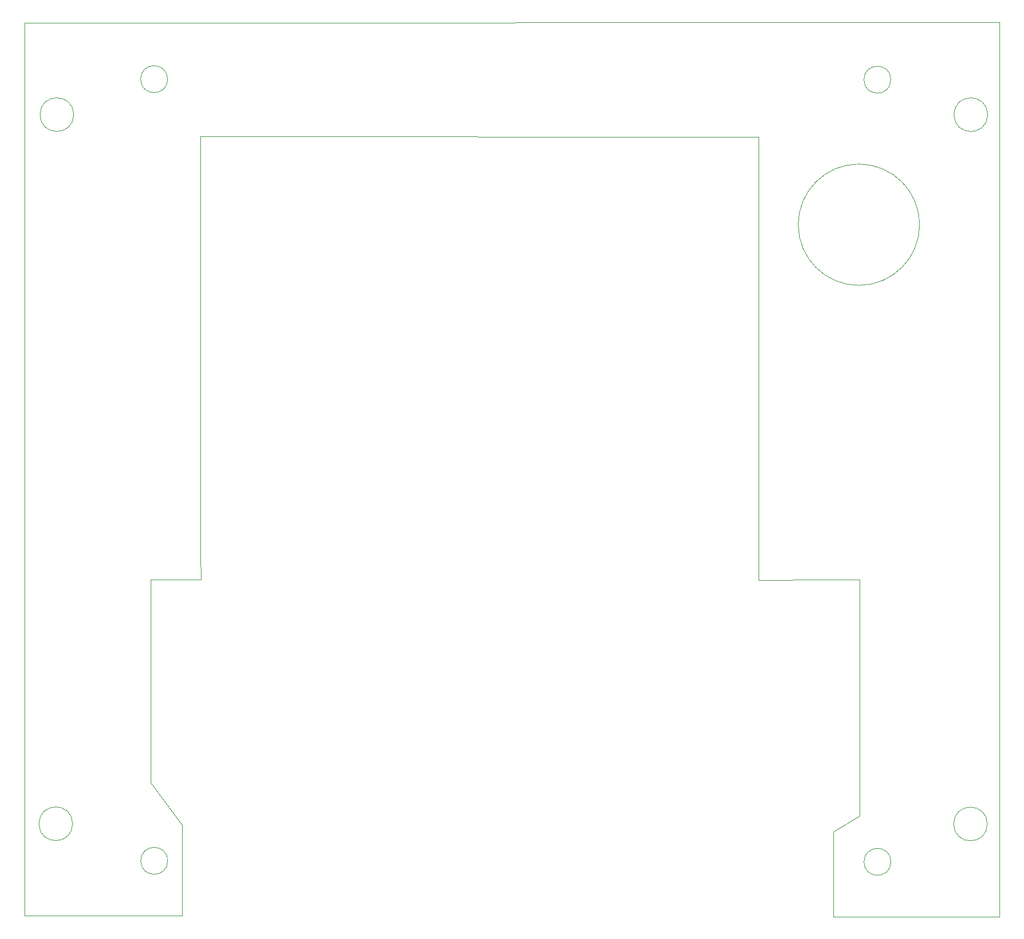
<source format=gm1>
%TF.GenerationSoftware,KiCad,Pcbnew,9.0.3*%
%TF.CreationDate,2025-07-31T04:13:45-06:00*%
%TF.ProjectId,ARC-210-Master-Board,4152432d-3231-4302-9d4d-61737465722d,rev?*%
%TF.SameCoordinates,Original*%
%TF.FileFunction,Profile,NP*%
%FSLAX46Y46*%
G04 Gerber Fmt 4.6, Leading zero omitted, Abs format (unit mm)*
G04 Created by KiCad (PCBNEW 9.0.3) date 2025-07-31 04:13:45*
%MOMM*%
%LPD*%
G01*
G04 APERTURE LIST*
%TA.AperFunction,Profile*%
%ADD10C,0.050000*%
%TD*%
%TA.AperFunction,Profile*%
%ADD11C,0.100000*%
%TD*%
G04 APERTURE END LIST*
D10*
X192899988Y-160540000D02*
X192900021Y-147999939D01*
X196780041Y-145570000D02*
X192900021Y-147999939D01*
X217560000Y-160540000D02*
X192899988Y-160540000D01*
X96280000Y-146940000D02*
X96281915Y-160445000D01*
X72950000Y-160445000D02*
X96281915Y-160445000D01*
X91665000Y-140645000D02*
X96280000Y-146940000D01*
X201450000Y-36345000D02*
G75*
G02*
X197450000Y-36345000I-2000000J0D01*
G01*
X197450000Y-36345000D02*
G75*
G02*
X201450000Y-36345000I2000000J0D01*
G01*
X80240000Y-41530000D02*
G75*
G02*
X75240000Y-41530000I-2500000J0D01*
G01*
X75240000Y-41530000D02*
G75*
G02*
X80240000Y-41530000I2500000J0D01*
G01*
X196780041Y-110570000D02*
X196780041Y-145570000D01*
X91665000Y-131870000D02*
X91665000Y-110570000D01*
X72950000Y-27870000D02*
X72950000Y-160445000D01*
D11*
X205710000Y-57870000D02*
G75*
G02*
X187710000Y-57870000I-9000000J0D01*
G01*
X187710000Y-57870000D02*
G75*
G02*
X205710000Y-57870000I9000000J0D01*
G01*
D10*
X215760000Y-146810000D02*
G75*
G02*
X210760000Y-146810000I-2500000J0D01*
G01*
X210760000Y-146810000D02*
G75*
G02*
X215760000Y-146810000I2500000J0D01*
G01*
X99065000Y-44795000D02*
X181865000Y-44870000D01*
X201460000Y-152430000D02*
G75*
G02*
X197460000Y-152430000I-2000000J0D01*
G01*
X197460000Y-152430000D02*
G75*
G02*
X201460000Y-152430000I2000000J0D01*
G01*
X215810000Y-41540000D02*
G75*
G02*
X210810000Y-41540000I-2500000J0D01*
G01*
X210810000Y-41540000D02*
G75*
G02*
X215810000Y-41540000I2500000J0D01*
G01*
X80080000Y-146780000D02*
G75*
G02*
X75080000Y-146780000I-2500000J0D01*
G01*
X75080000Y-146780000D02*
G75*
G02*
X80080000Y-146780000I2500000J0D01*
G01*
X91665000Y-131870000D02*
X91665000Y-140645000D01*
X94190000Y-152280000D02*
G75*
G02*
X90190000Y-152280000I-2000000J0D01*
G01*
X90190000Y-152280000D02*
G75*
G02*
X94190000Y-152280000I2000000J0D01*
G01*
X99015000Y-106670000D02*
X99065000Y-44795000D01*
X181815000Y-110620000D02*
X181815000Y-106670000D01*
X99077545Y-110570000D02*
X99015000Y-106670000D01*
X72950000Y-27870000D02*
X217560000Y-27864986D01*
X99077545Y-110570000D02*
X91665000Y-110570000D01*
X94165000Y-36270000D02*
G75*
G02*
X90165000Y-36270000I-2000000J0D01*
G01*
X90165000Y-36270000D02*
G75*
G02*
X94165000Y-36270000I2000000J0D01*
G01*
X217560000Y-27864986D02*
X217560000Y-160540000D01*
X191940000Y-110570000D02*
X196780041Y-110570000D01*
X181865000Y-44870000D02*
X181815000Y-106670000D01*
X191940000Y-110570000D02*
X181815000Y-110620000D01*
M02*

</source>
